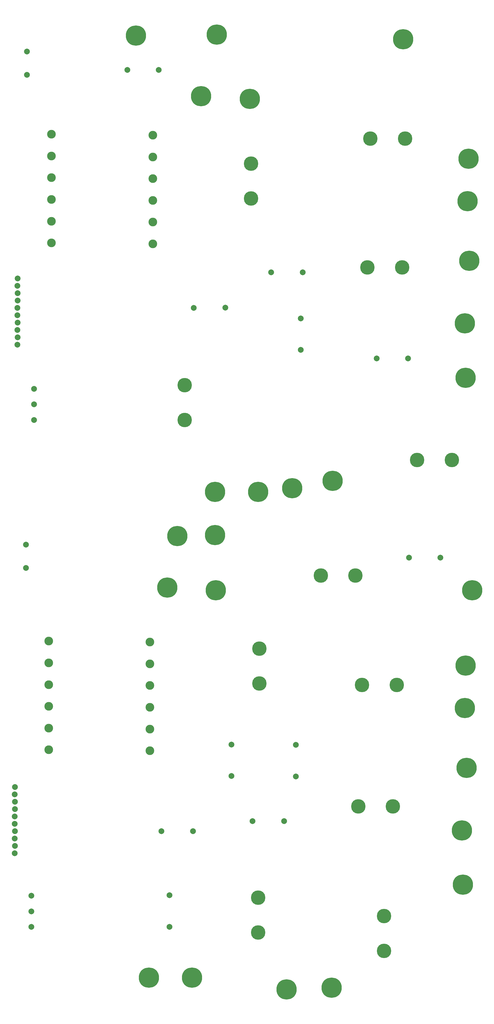
<source format=gbr>
G04 EAGLE Gerber RS-274X export*
G75*
%MOMM*%
%FSLAX34Y34*%
%LPD*%
%INTop Copper*%
%IPPOS*%
%AMOC8*
5,1,8,0,0,1.08239X$1,22.5*%
G01*
%ADD10C,7.000000*%
%ADD11C,2.000000*%
%ADD12C,3.000000*%
%ADD13C,5.000000*%


D10*
X720725Y3394075D03*
D11*
X1017587Y2573337D03*
X908588Y2573312D03*
D12*
X149225Y3049975D03*
D11*
X64250Y3255375D03*
D12*
X149225Y2974975D03*
D11*
X64250Y3335375D03*
D12*
X149225Y2899975D03*
D11*
X1011238Y2414587D03*
D12*
X149225Y2824975D03*
D11*
X1011262Y2305588D03*
D12*
X149225Y2749975D03*
D11*
X1273175Y2276475D03*
D12*
X149225Y2674975D03*
D11*
X1382175Y2276500D03*
D12*
X499225Y3046800D03*
X499225Y2971800D03*
D11*
X641350Y2451100D03*
D12*
X499225Y2896800D03*
D11*
X750350Y2451125D03*
D12*
X499225Y2821800D03*
D11*
X638175Y644525D03*
D12*
X499225Y2746800D03*
D11*
X557213Y423862D03*
D12*
X499225Y2671800D03*
D11*
X61075Y1553575D03*
D13*
X838713Y2828412D03*
D11*
X771525Y835025D03*
D13*
X838713Y2948412D03*
D11*
X771500Y944025D03*
D13*
X609600Y2183750D03*
D11*
X61075Y1633575D03*
D13*
X609600Y2063750D03*
D11*
X529175Y644500D03*
D13*
X1413388Y1926062D03*
D11*
X557238Y314862D03*
D13*
X1533388Y1926062D03*
D11*
X844550Y679450D03*
D13*
X1361425Y2590800D03*
D11*
X953550Y679475D03*
D13*
X1241425Y2590800D03*
D11*
X1493837Y1589087D03*
D13*
X1371600Y3035300D03*
D11*
X1384838Y1589062D03*
D13*
X1251600Y3035300D03*
D10*
X1365250Y3378200D03*
X1590675Y2965450D03*
X1587500Y2819400D03*
X981075Y1828800D03*
X1593850Y2613025D03*
D11*
X31750Y2324100D03*
D10*
X1577975Y2397125D03*
X1581150Y2209800D03*
X714375Y1816100D03*
X863600Y1816100D03*
X1120775Y1854200D03*
X835025Y3171825D03*
X666750Y3181350D03*
D11*
X32050Y2476500D03*
X32350Y2501900D03*
X31750Y2527300D03*
X32050Y2552700D03*
X31750Y2374900D03*
X32050Y2400300D03*
X31450Y2425700D03*
X31750Y2451100D03*
D10*
X441325Y3390900D03*
D11*
X32055Y2349500D03*
D10*
X584200Y1663700D03*
X714375Y1666875D03*
D12*
X139700Y1300550D03*
X139700Y1225550D03*
X139700Y1150550D03*
X139700Y1075550D03*
X139700Y1000550D03*
X139700Y925550D03*
X489700Y1297375D03*
X489700Y1222375D03*
X489700Y1147375D03*
X489700Y1072375D03*
X489700Y997375D03*
X489700Y922375D03*
D13*
X868052Y1154423D03*
X868052Y1274423D03*
X863600Y415275D03*
X863600Y295275D03*
X1298575Y351775D03*
X1298575Y231775D03*
X1329675Y730250D03*
X1209675Y730250D03*
X1343025Y1149350D03*
X1223025Y1149350D03*
D10*
X1603375Y1476375D03*
X1581150Y1216025D03*
X1577975Y1069975D03*
X1584325Y863600D03*
X1568450Y647700D03*
X1571625Y460375D03*
X485775Y139700D03*
X635000Y139700D03*
X1117600Y104775D03*
X717550Y1476375D03*
X549275Y1485900D03*
X962025Y98425D03*
D11*
X22525Y720725D03*
X22825Y746125D03*
X22225Y771525D03*
X22525Y796925D03*
X22225Y619125D03*
X22525Y644525D03*
X21925Y669925D03*
X22225Y695325D03*
X22225Y568325D03*
X22530Y593725D03*
D13*
X1200150Y1527175D03*
X1080150Y1527175D03*
D11*
X88900Y2063745D03*
X88800Y2117725D03*
X88900Y2171705D03*
X79375Y314320D03*
X79275Y368300D03*
X79375Y422280D03*
X411162Y3271838D03*
X520162Y3271858D03*
X993775Y942975D03*
X993795Y833975D03*
M02*

</source>
